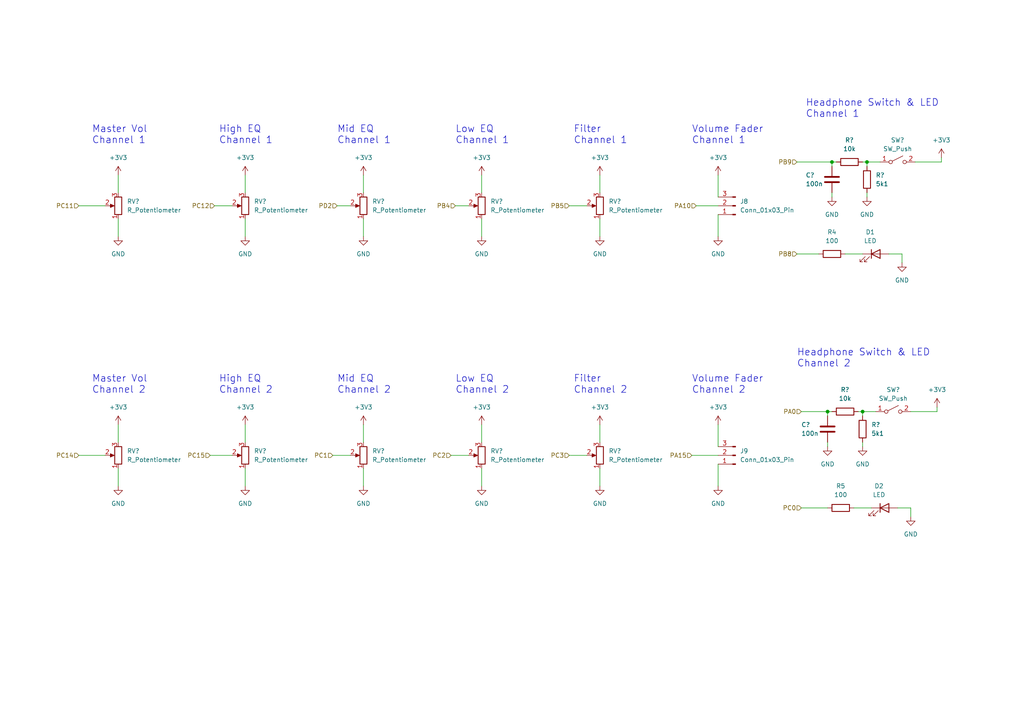
<source format=kicad_sch>
(kicad_sch (version 20230121) (generator eeschema)
  (paper "A4")
  (title_block (date "2024-02-02"))
  (lib_symbols
    (symbol "Connector:Conn_01x03_Pin" (pin_names (offset 1.016) hide)
      (property "Reference" "J" (at 0 5.08 0))
      (property "Value" "Conn_01x03_Pin" (at 0 -5.08 0))
      (symbol "Conn_01x03_Pin_1_1"
        (polyline (pts (xy 1.27 -2.54) (xy 0.8636 -2.54)) (stroke (width 0.1524)))
        (polyline (pts (xy 1.27 0) (xy 0.8636 0)) (stroke (width 0.1524)))
        (polyline (pts (xy 1.27 2.54) (xy 0.8636 2.54)) (stroke (width 0.1524)))
        (rectangle (start 0.8636 -2.413) (end 0 -2.667) (stroke (width 0.1524)) (fill (type outline)))
        (rectangle (start 0.8636 0.127) (end 0 -0.127) (stroke (width 0.1524)) (fill (type outline)))
        (rectangle (start 0.8636 2.667) (end 0 2.413) (stroke (width 0.1524)) (fill (type outline)))
        (pin passive line (at 5.08 2.54 180) (length 3.81) (name "Pin_1") (number "1"))
        (pin passive line (at 5.08 0 180) (length 3.81) (name "Pin_2") (number "2"))
        (pin passive line (at 5.08 -2.54 180) (length 3.81) (name "Pin_3") (number "3"))
      )
    )
    (symbol "Device:C" (pin_numbers hide) (pin_names (offset 0.254))
      (property "Reference" "C" (at 0.635 2.54 0))
      (property "Value" "C" (at 0.635 -2.54 0))
      (symbol "C_0_1"
        (polyline (pts (xy -2.032 -0.762) (xy 2.032 -0.762)) (stroke (width 0.508)))
        (polyline (pts (xy -2.032 0.762) (xy 2.032 0.762)) (stroke (width 0.508)))
      )
      (symbol "C_1_1"
        (pin passive line (at 0 3.81 270) (length 2.794) (name "~") (number "1"))
        (pin passive line (at 0 -3.81 90) (length 2.794) (name "~") (number "2"))
      )
    )
    (symbol "Device:LED" (pin_numbers hide) (pin_names (offset 1.016) hide)
      (property "Reference" "D" (at 0 2.54 0))
      (property "Value" "LED" (at 0 -2.54 0))
      (symbol "LED_0_1"
        (polyline (pts (xy -1.27 -1.27) (xy -1.27 1.27)) (stroke (width 0.254)))
        (polyline (pts (xy -1.27 0) (xy 1.27 0)))
        (polyline (pts (xy 1.27 -1.27) (xy 1.27 1.27) (xy -1.27 0) (xy 1.27 -1.27)) (stroke (width 0.254)))
        (polyline (pts (xy -3.048 -0.762) (xy -4.572 -2.286) (xy -3.81 -2.286) (xy -4.572 -2.286) (xy -4.572 -1.524)))
        (polyline (pts (xy -1.778 -0.762) (xy -3.302 -2.286) (xy -2.54 -2.286) (xy -3.302 -2.286) (xy -3.302 -1.524)))
      )
      (symbol "LED_1_1"
        (pin passive line (at -3.81 0 0) (length 2.54) (name "K") (number "1"))
        (pin passive line (at 3.81 0 180) (length 2.54) (name "A") (number "2"))
      )
    )
    (symbol "Device:R" (pin_numbers hide) (pin_names (offset 0))
      (property "Reference" "R" (at 2.032 0 90))
      (property "Value" "R" (at 0 0 90))
      (symbol "R_0_1"
        (rectangle (start -1.016 -2.54) (end 1.016 2.54) (stroke (width 0.254)))
      )
      (symbol "R_1_1"
        (pin passive line (at 0 3.81 270) (length 1.27) (name "~") (number "1"))
        (pin passive line (at 0 -3.81 90) (length 1.27) (name "~") (number "2"))
      )
    )
    (symbol "Device:R_Potentiometer" (pin_names (offset 1.016) hide)
      (property "Reference" "RV" (at -4.445 0 90))
      (property "Value" "R_Potentiometer" (at -2.54 0 90))
      (symbol "R_Potentiometer_0_1"
        (polyline (pts (xy 2.54 0) (xy 1.524 0)))
        (polyline (pts (xy 1.143 0) (xy 2.286 0.508) (xy 2.286 -0.508) (xy 1.143 0)) (fill (type outline)))
        (rectangle (start 1.016 2.54) (end -1.016 -2.54) (stroke (width 0.254)))
      )
      (symbol "R_Potentiometer_1_1"
        (pin passive line (at 0 3.81 270) (length 1.27) (name "1") (number "1"))
        (pin passive line (at 3.81 0 180) (length 1.27) (name "2") (number "2"))
        (pin passive line (at 0 -3.81 90) (length 1.27) (name "3") (number "3"))
      )
    )
    (symbol "Switch:SW_SPST" (pin_names (offset 0) hide)
      (property "Reference" "SW" (at 0 3.175 0))
      (property "Value" "SW_SPST" (at 0 -2.54 0))
      (symbol "SW_SPST_0_0"
        (circle (center -2.032 0) (radius 0.508))
        (polyline (pts (xy -1.524 0.254) (xy 1.524 1.778)))
        (circle (center 2.032 0) (radius 0.508))
      )
      (symbol "SW_SPST_1_1"
        (pin passive line (at -5.08 0 0) (length 2.54) (name "A") (number "1"))
        (pin passive line (at 5.08 0 180) (length 2.54) (name "B") (number "2"))
      )
    )
    (symbol "power:+3V3" (power) (pin_names (offset 0))
      (property "Value" "+3V3" (at 0 3.556 0))
      (symbol "+3V3_0_1"
        (polyline (pts (xy -0.762 1.27) (xy 0 2.54)))
        (polyline (pts (xy 0 0) (xy 0 2.54)))
        (polyline (pts (xy 0 2.54) (xy 0.762 1.27)))
      )
      (symbol "+3V3_1_1"
        (pin power_in line (at 0 0 90) (length 0) hide (name "+3V3") (number "1"))
      )
    )
    (symbol "power:GND" (power) (pin_names (offset 0))
      (property "Value" "GND" (at 0 -3.81 0))
      (symbol "GND_0_1"
        (polyline (pts (xy 0 0) (xy 0 -1.27) (xy 1.27 -1.27) (xy 0 -2.54) (xy -1.27 -1.27) (xy 0 -1.27)))
      )
      (symbol "GND_1_1"
        (pin power_in line (at 0 0 270) (length 0) hide (name "GND") (number "1"))
      )
    )
  )
  (junction (at 250.19 119.38))
  (junction (at 240.03 119.38))
  (junction (at 241.3 46.99))
  (junction (at 251.46 46.99))
  (wire (pts (xy 247.65 147.32) (xy 252.73 147.32)))
  (wire (pts (xy 264.16 147.32) (xy 264.16 149.86)))
  (wire (pts (xy 34.29 135.89) (xy 34.29 140.97)))
  (wire (pts (xy 34.29 50.8) (xy 34.29 55.88)))
  (wire (pts (xy 201.93 59.69) (xy 208.28 59.69)))
  (wire (pts (xy 34.29 123.19) (xy 34.29 128.27)))
  (wire (pts (xy 232.41 119.38) (xy 240.03 119.38)))
  (wire (pts (xy 231.14 46.99) (xy 241.3 46.99)))
  (wire (pts (xy 250.19 119.38) (xy 250.19 120.65)))
  (wire (pts (xy 139.7 135.89) (xy 139.7 140.97)))
  (wire (pts (xy 208.28 134.62) (xy 208.28 140.97)))
  (wire (pts (xy 241.3 46.99) (xy 241.3 48.26)))
  (wire (pts (xy 71.12 50.8) (xy 71.12 55.88)))
  (wire (pts (xy 232.41 147.32) (xy 240.03 147.32)))
  (wire (pts (xy 96.52 132.08) (xy 101.6 132.08)))
  (wire (pts (xy 62.23 59.69) (xy 67.31 59.69)))
  (wire (pts (xy 71.12 63.5) (xy 71.12 68.58)))
  (wire (pts (xy 237.49 73.66) (xy 231.14 73.66)))
  (wire (pts (xy 132.08 59.69) (xy 135.89 59.69)))
  (wire (pts (xy 173.99 123.19) (xy 173.99 128.27)))
  (wire (pts (xy 251.46 46.99) (xy 251.46 48.26)))
  (wire (pts (xy 200.66 132.08) (xy 208.28 132.08)))
  (wire (pts (xy 240.03 119.38) (xy 240.03 120.65)))
  (wire (pts (xy 105.41 63.5) (xy 105.41 68.58)))
  (wire (pts (xy 250.19 46.99) (xy 251.46 46.99)))
  (wire (pts (xy 165.1 59.69) (xy 170.18 59.69)))
  (wire (pts (xy 97.79 59.69) (xy 101.6 59.69)))
  (wire (pts (xy 60.96 132.08) (xy 67.31 132.08)))
  (wire (pts (xy 248.92 119.38) (xy 250.19 119.38)))
  (wire (pts (xy 71.12 135.89) (xy 71.12 140.97)))
  (wire (pts (xy 250.19 128.27) (xy 250.19 129.54)))
  (wire (pts (xy 71.12 123.19) (xy 71.12 128.27)))
  (wire (pts (xy 245.11 73.66) (xy 250.19 73.66)))
  (wire (pts (xy 264.16 147.32) (xy 260.35 147.32)))
  (wire (pts (xy 105.41 135.89) (xy 105.41 140.97)))
  (wire (pts (xy 251.46 46.99) (xy 255.27 46.99)))
  (wire (pts (xy 105.41 123.19) (xy 105.41 128.27)))
  (wire (pts (xy 241.3 46.99) (xy 242.57 46.99)))
  (wire (pts (xy 264.16 119.38) (xy 271.78 119.38)))
  (wire (pts (xy 173.99 63.5) (xy 173.99 68.58)))
  (wire (pts (xy 251.46 55.88) (xy 251.46 57.15)))
  (wire (pts (xy 261.62 73.66) (xy 257.81 73.66)))
  (wire (pts (xy 250.19 119.38) (xy 254 119.38)))
  (wire (pts (xy 139.7 123.19) (xy 139.7 128.27)))
  (wire (pts (xy 22.86 132.08) (xy 30.48 132.08)))
  (wire (pts (xy 208.28 62.23) (xy 208.28 68.58)))
  (wire (pts (xy 139.7 50.8) (xy 139.7 55.88)))
  (wire (pts (xy 173.99 50.8) (xy 173.99 55.88)))
  (wire (pts (xy 261.62 73.66) (xy 261.62 76.2)))
  (wire (pts (xy 273.05 45.72) (xy 273.05 46.99)))
  (wire (pts (xy 208.28 50.8) (xy 208.28 57.15)))
  (wire (pts (xy 265.43 46.99) (xy 273.05 46.99)))
  (wire (pts (xy 165.1 132.08) (xy 170.18 132.08)))
  (wire (pts (xy 241.3 55.88) (xy 241.3 57.15)))
  (wire (pts (xy 22.86 59.69) (xy 30.48 59.69)))
  (wire (pts (xy 130.81 132.08) (xy 135.89 132.08)))
  (wire (pts (xy 105.41 50.8) (xy 105.41 55.88)))
  (wire (pts (xy 139.7 63.5) (xy 139.7 68.58)))
  (wire (pts (xy 240.03 128.27) (xy 240.03 129.54)))
  (wire (pts (xy 34.29 63.5) (xy 34.29 68.58)))
  (wire (pts (xy 240.03 119.38) (xy 241.3 119.38)))
  (wire (pts (xy 208.28 123.19) (xy 208.28 129.54)))
  (wire (pts (xy 173.99 135.89) (xy 173.99 140.97)))
  (wire (pts (xy 271.78 118.11) (xy 271.78 119.38)))
  (text "High EQ\nChannel 2" (at 63.5 114.3 0) (effects (font (size 2 2)) (justify left bottom)))
  (text "Low EQ\nChannel 1" (at 132.08 41.91 0) (effects (font (size 2 2)) (justify left bottom)))
  (text "Master Vol\nChannel 1" (at 26.67 41.91 0) (effects (font (size 2 2)) (justify left bottom)))
  (text "Headphone Switch & LED\nChannel 1" (at 233.68 34.29 0) (effects (font (size 2 2)) (justify left bottom)))
  (text "Master Vol\nChannel 2" (at 26.67 114.3 0) (effects (font (size 2 2)) (justify left bottom)))
  (text "Mid EQ\nChannel 1" (at 97.79 41.91 0) (effects (font (size 2 2)) (justify left bottom)))
  (text "Mid EQ\nChannel 2" (at 97.79 114.3 0) (effects (font (size 2 2)) (justify left bottom)))
  (text "Headphone Switch & LED\nChannel 2" (at 231.14 106.68 0) (effects (font (size 2 2)) (justify left bottom)))
  (text "Filter\nChannel 1" (at 166.37 41.91 0) (effects (font (size 2 2)) (justify left bottom)))
  (text "Filter\nChannel 2" (at 166.37 114.3 0) (effects (font (size 2 2)) (justify left bottom)))
  (text "Volume Fader\nChannel 2" (at 200.66 114.3 0) (effects (font (size 2 2)) (justify left bottom)))
  (text "Low EQ\nChannel 2" (at 132.08 114.3 0) (effects (font (size 2 2)) (justify left bottom)))
  (text "Volume Fader\nChannel 1" (at 200.66 41.91 0) (effects (font (size 2 2)) (justify left bottom)))
  (text "High EQ\nChannel 1" (at 63.5 41.91 0) (effects (font (size 2 2)) (justify left bottom)))
  (hierarchical_label "PB8" (shape input) (at 231.14 73.66 180))
  (hierarchical_label "PA0" (shape input) (at 232.41 119.38 180))
  (hierarchical_label "PC2" (shape input) (at 130.81 132.08 180))
  (hierarchical_label "PC14" (shape input) (at 22.86 132.08 180))
  (hierarchical_label "PC1" (shape input) (at 96.52 132.08 180))
  (hierarchical_label "PC12" (shape input) (at 62.23 59.69 180))
  (hierarchical_label "PA15" (shape input) (at 200.66 132.08 180))
  (hierarchical_label "PB5" (shape input) (at 165.1 59.69 180))
  (hierarchical_label "PB4" (shape input) (at 132.08 59.69 180))
  (hierarchical_label "PC15" (shape input) (at 60.96 132.08 180))
  (hierarchical_label "PC3" (shape input) (at 165.1 132.08 180))
  (hierarchical_label "PA10" (shape input) (at 201.93 59.69 180))
  (hierarchical_label "PC0" (shape input) (at 232.41 147.32 180))
  (hierarchical_label "PB9" (shape input) (at 231.14 46.99 180))
  (hierarchical_label "PC11" (shape input) (at 22.86 59.69 180))
  (hierarchical_label "PD2" (shape input) (at 97.79 59.69 180))
  (symbol (lib_id "Switch:SW_SPST") (at 259.08 119.38 0) (unit 1)
    (property "Reference" "SW?" (at 259.08 113.03 0))
    (property "Value" "SW_Push" (at 259.08 115.57 0))
    (property "Footprint" "Button_Switch_SMD:SW_Push_1P1T_XKB_TS-1187A" (effects hide))
    (property "Datasheet" "https://datasheet.lcsc.com/lcsc/2304140030_XKB-Connectivity-TS-1187A-B-A-B_C318884.pdf" (effects hide))
    (property "JLCPCB Part" "C318884" (effects hide))
    (property "Manufracturer" "XKB Connectivity" (effects hide))
    (property "Manufracturer Part Number" "TS-1187A-B-A-B" (effects hide))
    (instances (project "109VU" (path "" (reference "SW?") (unit 1))) (project "djdeck" (path "" (reference "SW2") (unit 1))))
  )
  (symbol (lib_id "Device:R_Potentiometer") (at 71.12 132.08 180) (unit 1)
    (property "Reference" "RV?" (at 73.66 130.81 0) (effects (justify right)))
    (property "Value" "R_Potentiometer" (at 73.66 133.35 0) (effects (justify right)))
    (property "Footprint" "NiasStuff:Potentiometer_Alps_RK09L_Double_Vertical" (effects hide))
    (property "Datasheet" "https://datasheet.lcsc.com/lcsc/1912111437_ALPSALPINE-RK09L1240A12_C380211.pdf" (effects hide))
    (property "Manufracturer" "ALPSALPINE" (effects hide))
    (property "Manufracturer Part Number" "RK09L1240A12" (effects hide))
    (property "JLCPCB Part" "C380211" (effects hide))
    (instances (project "112VU" (path "" (reference "RV?") (unit 1))) (project "djdeck" (path "" (reference "RV?") (unit 1)) (path "" (reference "RV4") (unit 1))))
  )
  (symbol (lib_id "power:GND") (at 208.28 68.58 0) (unit 1)
    (property "Reference" "#PWR?" (effects hide))
    (property "Value" "GND" (at 208.28 73.66 0))
    (instances (project "112VU" (path "" (reference "#PWR?") (unit 1))) (project "djdeck" (path "" (reference "#PWR?") (unit 1)) (path "" (reference "#PWR054") (unit 1))))
  )
  (symbol (lib_id "Device:R_Potentiometer") (at 34.29 59.69 180) (unit 1)
    (property "Reference" "RV?" (at 36.83 58.42 0) (effects (justify right)))
    (property "Value" "R_Potentiometer" (at 36.83 60.96 0) (effects (justify right)))
    (property "Footprint" "NiasStuff:Potentiometer_Alps_RK09L_Double_Vertical" (effects hide))
    (property "Datasheet" "https://datasheet.lcsc.com/lcsc/1912111437_ALPSALPINE-RK09L1240A12_C380211.pdf" (effects hide))
    (property "Manufracturer" "ALPSALPINE" (effects hide))
    (property "Manufracturer Part Number" "RK09L1240A12" (effects hide))
    (property "JLCPCB Part" "C380211" (effects hide))
    (instances (project "112VU" (path "" (reference "RV?") (unit 1))) (project "djdeck" (path "" (reference "RV?") (unit 1)) (path "" (reference "RV1") (unit 1))))
  )
  (symbol (lib_id "power:+3V3") (at 139.7 123.19 0) (unit 1)
    (property "Reference" "#PWR?" (effects hide))
    (property "Value" "+3V3" (at 139.7 118.11 0))
    (instances (project "112VU" (path "" (reference "#PWR?") (unit 1))) (project "djdeck" (path "" (reference "#PWR?") (unit 1)) (path "" (reference "#PWR047") (unit 1))))
  )
  (symbol (lib_id "Device:LED") (at 254 73.66 0) (unit 1)
    (property "Reference" "D1" (at 252.4125 67.31 0))
    (property "Value" "LED" (at 252.4125 69.85 0))
    (property "Footprint" "LED_SMD:LED_0603_1608Metric" (effects hide))
    (property "Datasheet" "https://datasheet.lcsc.com/lcsc/1810201530_BrtLed-Bright-LED-Elec-BL-HKC36G-AV-TRB_C165981.pdf" (effects hide))
    (property "JLCPCB Part" "C165981" (effects hide))
    (property "Manufracturer" "BrtLed(Bright LED Elec)" (effects hide))
    (property "Manufracturer Part Number" "BL-HKC36G-AV-TRB" (effects hide))
  )
  (symbol (lib_id "Switch:SW_SPST") (at 260.35 46.99 0) (unit 1)
    (property "Reference" "SW?" (at 260.35 40.64 0))
    (property "Value" "SW_Push" (at 260.35 43.18 0))
    (property "Footprint" "Button_Switch_SMD:SW_Push_1P1T_XKB_TS-1187A" (effects hide))
    (property "Datasheet" "https://datasheet.lcsc.com/lcsc/2304140030_XKB-Connectivity-TS-1187A-B-A-B_C318884.pdf" (effects hide))
    (property "JLCPCB Part" "C318884" (effects hide))
    (property "Manufracturer" "XKB Connectivity" (effects hide))
    (property "Manufracturer Part Number" "TS-1187A-B-A-B" (effects hide))
    (instances (project "109VU" (path "" (reference "SW?") (unit 1))) (project "djdeck" (path "" (reference "SW3") (unit 1))))
  )
  (symbol (lib_id "power:+3V3") (at 273.05 45.72 0) (unit 1)
    (property "Reference" "#PWR?" (effects hide))
    (property "Value" "+3V3" (at 273.05 40.64 0))
    (instances (project "112VU" (path "" (reference "#PWR?") (unit 1))) (project "109VU" (path "" (reference "#PWR?") (unit 1))) (project "djdeck" (path "" (reference "#PWR064") (unit 1))))
  )
  (symbol (lib_id "power:GND") (at 264.16 149.86 0) (unit 1)
    (property "Reference" "#PWR?" (effects hide))
    (property "Value" "GND" (at 264.16 154.94 0))
    (instances (project "112VU" (path "" (reference "#PWR?") (unit 1))) (project "djdeck" (path "" (reference "#PWR?") (unit 1)) (path "" (reference "#PWR062") (unit 1))))
  )
  (symbol (lib_id "power:+3V3") (at 34.29 123.19 0) (unit 1)
    (property "Reference" "#PWR?" (effects hide))
    (property "Value" "+3V3" (at 34.29 118.11 0))
    (instances (project "112VU" (path "" (reference "#PWR?") (unit 1))) (project "djdeck" (path "" (reference "#PWR?") (unit 1)) (path "" (reference "#PWR035") (unit 1))))
  )
  (symbol (lib_id "power:+3V3") (at 139.7 50.8 0) (unit 1)
    (property "Reference" "#PWR?" (effects hide))
    (property "Value" "+3V3" (at 139.7 45.72 0))
    (instances (project "112VU" (path "" (reference "#PWR?") (unit 1))) (project "djdeck" (path "" (reference "#PWR?") (unit 1)) (path "" (reference "#PWR045") (unit 1))))
  )
  (symbol (lib_id "power:+3V3") (at 173.99 50.8 0) (unit 1)
    (property "Reference" "#PWR?" (effects hide))
    (property "Value" "+3V3" (at 173.99 45.72 0))
    (instances (project "112VU" (path "" (reference "#PWR?") (unit 1))) (project "djdeck" (path "" (reference "#PWR?") (unit 1)) (path "" (reference "#PWR049") (unit 1))))
  )
  (symbol (lib_id "power:+3V3") (at 34.29 50.8 0) (unit 1)
    (property "Reference" "#PWR?" (effects hide))
    (property "Value" "+3V3" (at 34.29 45.72 0))
    (instances (project "112VU" (path "" (reference "#PWR?") (unit 1))) (project "djdeck" (path "" (reference "#PWR?") (unit 1)) (path "" (reference "#PWR033") (unit 1))))
  )
  (symbol (lib_id "Device:R_Potentiometer") (at 139.7 132.08 180) (unit 1)
    (property "Reference" "RV?" (at 142.24 130.81 0) (effects (justify right)))
    (property "Value" "R_Potentiometer" (at 142.24 133.35 0) (effects (justify right)))
    (property "Footprint" "NiasStuff:Potentiometer_Alps_RK09L_Double_Vertical" (effects hide))
    (property "Datasheet" "https://datasheet.lcsc.com/lcsc/1912111437_ALPSALPINE-RK09L1240A12_C380211.pdf" (effects hide))
    (property "Manufracturer" "ALPSALPINE" (effects hide))
    (property "Manufracturer Part Number" "RK09L1240A12" (effects hide))
    (property "JLCPCB Part" "C380211" (effects hide))
    (instances (project "112VU" (path "" (reference "RV?") (unit 1))) (project "djdeck" (path "" (reference "RV?") (unit 1)) (path "" (reference "RV8") (unit 1))))
  )
  (symbol (lib_id "Device:LED") (at 256.54 147.32 0) (unit 1)
    (property "Reference" "D2" (at 254.9525 140.97 0))
    (property "Value" "LED" (at 254.9525 143.51 0))
    (property "Footprint" "LED_SMD:LED_0603_1608Metric" (effects hide))
    (property "Datasheet" "https://datasheet.lcsc.com/lcsc/1810201530_BrtLed-Bright-LED-Elec-BL-HKC36G-AV-TRB_C165981.pdf" (effects hide))
    (property "JLCPCB Part" "C165981" (effects hide))
    (property "Manufracturer" "BrtLed(Bright LED Elec)" (effects hide))
    (property "Manufracturer Part Number" "BL-HKC36G-AV-TRB" (effects hide))
  )
  (symbol (lib_id "power:GND") (at 251.46 57.15 0) (unit 1)
    (property "Reference" "#PWR?" (effects hide))
    (property "Value" "GND" (at 251.46 62.23 0))
    (instances (project "112VU" (path "" (reference "#PWR?") (unit 1))) (project "109VU" (path "" (reference "#PWR?") (unit 1))) (project "djdeck" (path "" (reference "#PWR060") (unit 1))))
  )
  (symbol (lib_id "power:GND") (at 105.41 68.58 0) (unit 1)
    (property "Reference" "#PWR?" (effects hide))
    (property "Value" "GND" (at 105.41 73.66 0))
    (instances (project "112VU" (path "" (reference "#PWR?") (unit 1))) (project "djdeck" (path "" (reference "#PWR?") (unit 1)) (path "" (reference "#PWR042") (unit 1))))
  )
  (symbol (lib_id "Device:R") (at 243.84 147.32 90) (unit 1)
    (property "Reference" "R5" (at 243.84 140.97 90))
    (property "Value" "100" (at 243.84 143.51 90))
    (property "Footprint" "Capacitor_SMD:C_0805_2012Metric" (effects hide))
    (property "Datasheet" "https://datasheet.lcsc.com/lcsc/2206010216_UNI-ROYAL-Uniroyal-Elec-0805W8F1000T5E_C17408.pdf" (effects hide))
    (property "JLCPCB Part" "C17408" (effects hide))
    (property "Manufracturer" "UNI-ROYAL(Uniroyal Elec)" (effects hide))
    (property "Manufracturer Part Number" "0805W8F1000T5E" (effects hide))
  )
  (symbol (lib_id "Connector:Conn_01x03_Pin") (at 213.36 59.69 180) (unit 1)
    (property "Reference" "J8" (at 214.63 58.42 0) (effects (justify right)))
    (property "Value" "Conn_01x03_Pin" (at 214.63 60.96 0) (effects (justify right)))
    (property "Footprint" "Connector_Molex:Molex_KK-254_AE-6410-03A_1x03_P2.54mm_Vertical" (effects hide))
  )
  (symbol (lib_id "Device:R") (at 246.38 46.99 90) (unit 1)
    (property "Reference" "R?" (at 246.38 40.64 90))
    (property "Value" "10k" (at 246.38 43.18 90))
    (property "Footprint" "Resistor_SMD:R_0402_1005Metric" (effects hide))
    (property "Datasheet" "https://datasheet.lcsc.com/lcsc/2304140030_Viking-Tech-AR02DTC1002_C319934.pdf" (effects hide))
    (property "JLCPCB Part" "C319934" (effects hide))
    (property "Manufracturer" "Viking Tech" (effects hide))
    (property "Manufracturer Part Number" "AR02DTC1002" (effects hide))
    (instances (project "109VU" (path "" (reference "R?") (unit 1))) (project "djdeck" (path "" (reference "R7") (unit 1))))
  )
  (symbol (lib_id "Device:R_Potentiometer") (at 139.7 59.69 180) (unit 1)
    (property "Reference" "RV?" (at 142.24 58.42 0) (effects (justify right)))
    (property "Value" "R_Potentiometer" (at 142.24 60.96 0) (effects (justify right)))
    (property "Footprint" "NiasStuff:Potentiometer_Alps_RK09L_Double_Vertical" (effects hide))
    (property "Datasheet" "https://datasheet.lcsc.com/lcsc/1912111437_ALPSALPINE-RK09L1240A12_C380211.pdf" (effects hide))
    (property "Manufracturer" "ALPSALPINE" (effects hide))
    (property "Manufracturer Part Number" "RK09L1240A12" (effects hide))
    (property "JLCPCB Part" "C380211" (effects hide))
    (instances (project "112VU" (path "" (reference "RV?") (unit 1))) (project "djdeck" (path "" (reference "RV?") (unit 1)) (path "" (reference "RV7") (unit 1))))
  )
  (symbol (lib_id "power:+3V3") (at 208.28 50.8 0) (unit 1)
    (property "Reference" "#PWR?" (effects hide))
    (property "Value" "+3V3" (at 208.28 45.72 0))
    (instances (project "112VU" (path "" (reference "#PWR?") (unit 1))) (project "djdeck" (path "" (reference "#PWR?") (unit 1)) (path "" (reference "#PWR053") (unit 1))))
  )
  (symbol (lib_id "power:GND") (at 241.3 57.15 0) (unit 1)
    (property "Reference" "#PWR?" (effects hide))
    (property "Value" "GND" (at 241.3 62.23 0))
    (instances (project "112VU" (path "" (reference "#PWR?") (unit 1))) (project "109VU" (path "" (reference "#PWR?") (unit 1))) (project "djdeck" (path "" (reference "#PWR058") (unit 1))))
  )
  (symbol (lib_id "Device:R") (at 241.3 73.66 90) (unit 1)
    (property "Reference" "R4" (at 241.3 67.31 90))
    (property "Value" "100" (at 241.3 69.85 90))
    (property "Footprint" "Capacitor_SMD:C_0805_2012Metric" (effects hide))
    (property "Datasheet" "https://datasheet.lcsc.com/lcsc/2206010216_UNI-ROYAL-Uniroyal-Elec-0805W8F1000T5E_C17408.pdf" (effects hide))
    (property "JLCPCB Part" "C17408" (effects hide))
    (property "Manufracturer" "UNI-ROYAL(Uniroyal Elec)" (effects hide))
    (property "Manufracturer Part Number" "0805W8F1000T5E" (effects hide))
  )
  (symbol (lib_id "Connector:Conn_01x03_Pin") (at 213.36 132.08 180) (unit 1)
    (property "Reference" "J9" (at 214.63 130.81 0) (effects (justify right)))
    (property "Value" "Conn_01x03_Pin" (at 214.63 133.35 0) (effects (justify right)))
    (property "Footprint" "Connector_Molex:Molex_KK-254_AE-6410-03A_1x03_P2.54mm_Vertical" (effects hide))
  )
  (symbol (lib_id "power:GND") (at 173.99 68.58 0) (unit 1)
    (property "Reference" "#PWR?" (effects hide))
    (property "Value" "GND" (at 173.99 73.66 0))
    (instances (project "112VU" (path "" (reference "#PWR?") (unit 1))) (project "djdeck" (path "" (reference "#PWR?") (unit 1)) (path "" (reference "#PWR050") (unit 1))))
  )
  (symbol (lib_id "power:GND") (at 208.28 140.97 0) (unit 1)
    (property "Reference" "#PWR?" (effects hide))
    (property "Value" "GND" (at 208.28 146.05 0))
    (instances (project "112VU" (path "" (reference "#PWR?") (unit 1))) (project "djdeck" (path "" (reference "#PWR?") (unit 1)) (path "" (reference "#PWR056") (unit 1))))
  )
  (symbol (lib_id "power:+3V3") (at 105.41 123.19 0) (unit 1)
    (property "Reference" "#PWR?" (effects hide))
    (property "Value" "+3V3" (at 105.41 118.11 0))
    (instances (project "112VU" (path "" (reference "#PWR?") (unit 1))) (project "djdeck" (path "" (reference "#PWR?") (unit 1)) (path "" (reference "#PWR043") (unit 1))))
  )
  (symbol (lib_id "power:GND") (at 34.29 68.58 0) (unit 1)
    (property "Reference" "#PWR?" (effects hide))
    (property "Value" "GND" (at 34.29 73.66 0))
    (instances (project "112VU" (path "" (reference "#PWR?") (unit 1))) (project "djdeck" (path "" (reference "#PWR?") (unit 1)) (path "" (reference "#PWR034") (unit 1))))
  )
  (symbol (lib_id "power:+3V3") (at 105.41 50.8 0) (unit 1)
    (property "Reference" "#PWR?" (effects hide))
    (property "Value" "+3V3" (at 105.41 45.72 0))
    (instances (project "112VU" (path "" (reference "#PWR?") (unit 1))) (project "djdeck" (path "" (reference "#PWR?") (unit 1)) (path "" (reference "#PWR041") (unit 1))))
  )
  (symbol (lib_id "power:GND") (at 71.12 140.97 0) (unit 1)
    (property "Reference" "#PWR?" (effects hide))
    (property "Value" "GND" (at 71.12 146.05 0))
    (instances (project "112VU" (path "" (reference "#PWR?") (unit 1))) (project "djdeck" (path "" (reference "#PWR?") (unit 1)) (path "" (reference "#PWR040") (unit 1))))
  )
  (symbol (lib_id "Device:R") (at 250.19 124.46 0) (unit 1)
    (property "Reference" "R?" (at 252.73 123.19 0) (effects (justify left)))
    (property "Value" "5k1" (at 252.73 125.73 0) (effects (justify left)))
    (property "Footprint" "Resistor_SMD:R_0402_1005Metric" (effects hide))
    (property "Datasheet" "https://datasheet.lcsc.com/lcsc/2206010045_UNI-ROYAL-Uniroyal-Elec-0402WGF5101TCE_C25905.pdf" (effects hide))
    (property "JLCPCB Part" "C25905" (effects hide))
    (property "Manufracturer" "UNI-ROYAL(Uniroyal Elec)" (effects hide))
    (property "Manufracturer Part Number" "0402WGF5101TCE" (effects hide))
    (instances (project "109VU" (path "" (reference "R?") (unit 1))) (project "djdeck" (path "" (reference "R8") (unit 1))))
  )
  (symbol (lib_id "Device:C") (at 240.03 124.46 0) (unit 1)
    (property "Reference" "C?" (at 232.41 123.19 0) (effects (justify left)))
    (property "Value" "100n" (at 232.41 125.73 0) (effects (justify left)))
    (property "Footprint" "Capacitor_SMD:C_0402_1005Metric" (effects hide))
    (property "Datasheet" "https://datasheet.lcsc.com/lcsc/2304140030_Samsung-Electro-Mechanics-CL05B104KO5NNNC_C1525.pdf" (effects hide))
    (property "JLCPCB Part" "C1525" (effects hide))
    (property "Manufracturer" "Samsung Electro-Mechanics" (effects hide))
    (property "Manufracturer Part Number" "CL05B104KO5NNNC" (effects hide))
    (instances (project "109VU" (path "" (reference "C?") (unit 1))) (project "djdeck" (path "" (reference "C12") (unit 1))))
  )
  (symbol (lib_id "Device:R_Potentiometer") (at 173.99 59.69 180) (unit 1)
    (property "Reference" "RV?" (at 176.53 58.42 0) (effects (justify right)))
    (property "Value" "R_Potentiometer" (at 176.53 60.96 0) (effects (justify right)))
    (property "Footprint" "NiasStuff:Potentiometer_Alps_RK09L_Double_Vertical" (effects hide))
    (property "Datasheet" "https://datasheet.lcsc.com/lcsc/1912111437_ALPSALPINE-RK09L1240A12_C380211.pdf" (effects hide))
    (property "Manufracturer" "ALPSALPINE" (effects hide))
    (property "Manufracturer Part Number" "RK09L1240A12" (effects hide))
    (property "JLCPCB Part" "C380211" (effects hide))
    (instances (project "112VU" (path "" (reference "RV?") (unit 1))) (project "djdeck" (path "" (reference "RV?") (unit 1)) (path "" (reference "RV9") (unit 1))))
  )
  (symbol (lib_id "Device:R_Potentiometer") (at 105.41 59.69 180) (unit 1)
    (property "Reference" "RV?" (at 107.95 58.42 0) (effects (justify right)))
    (property "Value" "R_Potentiometer" (at 107.95 60.96 0) (effects (justify right)))
    (property "Footprint" "NiasStuff:Potentiometer_Alps_RK09L_Double_Vertical" (effects hide))
    (property "Datasheet" "https://datasheet.lcsc.com/lcsc/1912111437_ALPSALPINE-RK09L1240A12_C380211.pdf" (effects hide))
    (property "Manufracturer" "ALPSALPINE" (effects hide))
    (property "Manufracturer Part Number" "RK09L1240A12" (effects hide))
    (property "JLCPCB Part" "C380211" (effects hide))
    (instances (project "112VU" (path "" (reference "RV?") (unit 1))) (project "djdeck" (path "" (reference "RV?") (unit 1)) (path "" (reference "RV5") (unit 1))))
  )
  (symbol (lib_id "Device:R_Potentiometer") (at 173.99 132.08 180) (unit 1)
    (property "Reference" "RV?" (at 176.53 130.81 0) (effects (justify right)))
    (property "Value" "R_Potentiometer" (at 176.53 133.35 0) (effects (justify right)))
    (property "Footprint" "NiasStuff:Potentiometer_Alps_RK09L_Double_Vertical" (effects hide))
    (property "Datasheet" "https://datasheet.lcsc.com/lcsc/1912111437_ALPSALPINE-RK09L1240A12_C380211.pdf" (effects hide))
    (property "Manufracturer" "ALPSALPINE" (effects hide))
    (property "Manufracturer Part Number" "RK09L1240A12" (effects hide))
    (property "JLCPCB Part" "C380211" (effects hide))
    (instances (project "112VU" (path "" (reference "RV?") (unit 1))) (project "djdeck" (path "" (reference "RV?") (unit 1)) (path "" (reference "RV10") (unit 1))))
  )
  (symbol (lib_id "power:GND") (at 71.12 68.58 0) (unit 1)
    (property "Reference" "#PWR?" (effects hide))
    (property "Value" "GND" (at 71.12 73.66 0))
    (instances (project "112VU" (path "" (reference "#PWR?") (unit 1))) (project "djdeck" (path "" (reference "#PWR?") (unit 1)) (path "" (reference "#PWR038") (unit 1))))
  )
  (symbol (lib_id "power:GND") (at 105.41 140.97 0) (unit 1)
    (property "Reference" "#PWR?" (effects hide))
    (property "Value" "GND" (at 105.41 146.05 0))
    (instances (project "112VU" (path "" (reference "#PWR?") (unit 1))) (project "djdeck" (path "" (reference "#PWR?") (unit 1)) (path "" (reference "#PWR044") (unit 1))))
  )
  (symbol (lib_id "power:+3V3") (at 271.78 118.11 0) (unit 1)
    (property "Reference" "#PWR?" (effects hide))
    (property "Value" "+3V3" (at 271.78 113.03 0))
    (instances (project "112VU" (path "" (reference "#PWR?") (unit 1))) (project "109VU" (path "" (reference "#PWR?") (unit 1))) (project "djdeck" (path "" (reference "#PWR063") (unit 1))))
  )
  (symbol (lib_id "power:GND") (at 139.7 140.97 0) (unit 1)
    (property "Reference" "#PWR?" (effects hide))
    (property "Value" "GND" (at 139.7 146.05 0))
    (instances (project "112VU" (path "" (reference "#PWR?") (unit 1))) (project "djdeck" (path "" (reference "#PWR?") (unit 1)) (path "" (reference "#PWR048") (unit 1))))
  )
  (symbol (lib_id "power:GND") (at 139.7 68.58 0) (unit 1)
    (property "Reference" "#PWR?" (effects hide))
    (property "Value" "GND" (at 139.7 73.66 0))
    (instances (project "112VU" (path "" (reference "#PWR?") (unit 1))) (project "djdeck" (path "" (reference "#PWR?") (unit 1)) (path "" (reference "#PWR046") (unit 1))))
  )
  (symbol (lib_id "Device:R_Potentiometer") (at 71.12 59.69 180) (unit 1)
    (property "Reference" "RV?" (at 73.66 58.42 0) (effects (justify right)))
    (property "Value" "R_Potentiometer" (at 73.66 60.96 0) (effects (justify right)))
    (property "Footprint" "NiasStuff:Potentiometer_Alps_RK09L_Double_Vertical" (effects hide))
    (property "Datasheet" "https://datasheet.lcsc.com/lcsc/1912111437_ALPSALPINE-RK09L1240A12_C380211.pdf" (effects hide))
    (property "Manufracturer" "ALPSALPINE" (effects hide))
    (property "Manufracturer Part Number" "RK09L1240A12" (effects hide))
    (property "JLCPCB Part" "C380211" (effects hide))
    (instances (project "112VU" (path "" (reference "RV?") (unit 1))) (project "djdeck" (path "" (reference "RV?") (unit 1)) (path "" (reference "RV3") (unit 1))))
  )
  (symbol (lib_id "Device:R_Potentiometer") (at 34.29 132.08 180) (unit 1)
    (property "Reference" "RV?" (at 36.83 130.81 0) (effects (justify right)))
    (property "Value" "R_Potentiometer" (at 36.83 133.35 0) (effects (justify right)))
    (property "Footprint" "NiasStuff:Potentiometer_Alps_RK09L_Double_Vertical" (effects hide))
    (property "Datasheet" "https://datasheet.lcsc.com/lcsc/1912111437_ALPSALPINE-RK09L1240A12_C380211.pdf" (effects hide))
    (property "Manufracturer" "ALPSALPINE" (effects hide))
    (property "Manufracturer Part Number" "RK09L1240A12" (effects hide))
    (property "JLCPCB Part" "C380211" (effects hide))
    (instances (project "112VU" (path "" (reference "RV?") (unit 1))) (project "djdeck" (path "" (reference "RV?") (unit 1)) (path "" (reference "RV2") (unit 1))))
  )
  (symbol (lib_id "power:GND") (at 173.99 140.97 0) (unit 1)
    (property "Reference" "#PWR?" (effects hide))
    (property "Value" "GND" (at 173.99 146.05 0))
    (instances (project "112VU" (path "" (reference "#PWR?") (unit 1))) (project "djdeck" (path "" (reference "#PWR?") (unit 1)) (path "" (reference "#PWR052") (unit 1))))
  )
  (symbol (lib_id "power:+3V3") (at 71.12 50.8 0) (unit 1)
    (property "Reference" "#PWR?" (effects hide))
    (property "Value" "+3V3" (at 71.12 45.72 0))
    (instances (project "112VU" (path "" (reference "#PWR?") (unit 1))) (project "djdeck" (path "" (reference "#PWR?") (unit 1)) (path "" (reference "#PWR037") (unit 1))))
  )
  (symbol (lib_id "power:GND") (at 261.62 76.2 0) (unit 1)
    (property "Reference" "#PWR?" (effects hide))
    (property "Value" "GND" (at 261.62 81.28 0))
    (instances (project "112VU" (path "" (reference "#PWR?") (unit 1))) (project "djdeck" (path "" (reference "#PWR?") (unit 1)) (path "" (reference "#PWR061") (unit 1))))
  )
  (symbol (lib_id "Device:R_Potentiometer") (at 105.41 132.08 180) (unit 1)
    (property "Reference" "RV?" (at 107.95 130.81 0) (effects (justify right)))
    (property "Value" "R_Potentiometer" (at 107.95 133.35 0) (effects (justify right)))
    (property "Footprint" "NiasStuff:Potentiometer_Alps_RK09L_Double_Vertical" (effects hide))
    (property "Datasheet" "https://datasheet.lcsc.com/lcsc/1912111437_ALPSALPINE-RK09L1240A12_C380211.pdf" (effects hide))
    (property "Manufracturer" "ALPSALPINE" (effects hide))
    (property "Manufracturer Part Number" "RK09L1240A12" (effects hide))
    (property "JLCPCB Part" "C380211" (effects hide))
    (instances (project "112VU" (path "" (reference "RV?") (unit 1))) (project "djdeck" (path "" (reference "RV?") (unit 1)) (path "" (reference "RV6") (unit 1))))
  )
  (symbol (lib_id "power:GND") (at 250.19 129.54 0) (unit 1)
    (property "Reference" "#PWR?" (effects hide))
    (property "Value" "GND" (at 250.19 134.62 0))
    (instances (project "112VU" (path "" (reference "#PWR?") (unit 1))) (project "109VU" (path "" (reference "#PWR?") (unit 1))) (project "djdeck" (path "" (reference "#PWR059") (unit 1))))
  )
  (symbol (lib_id "power:+3V3") (at 208.28 123.19 0) (unit 1)
    (property "Reference" "#PWR?" (effects hide))
    (property "Value" "+3V3" (at 208.28 118.11 0))
    (instances (project "112VU" (path "" (reference "#PWR?") (unit 1))) (project "djdeck" (path "" (reference "#PWR?") (unit 1)) (path "" (reference "#PWR055") (unit 1))))
  )
  (symbol (lib_id "power:+3V3") (at 71.12 123.19 0) (unit 1)
    (property "Reference" "#PWR?" (effects hide))
    (property "Value" "+3V3" (at 71.12 118.11 0))
    (instances (project "112VU" (path "" (reference "#PWR?") (unit 1))) (project "djdeck" (path "" (reference "#PWR?") (unit 1)) (path "" (reference "#PWR039") (unit 1))))
  )
  (symbol (lib_id "power:GND") (at 34.29 140.97 0) (unit 1)
    (property "Reference" "#PWR?" (effects hide))
    (property "Value" "GND" (at 34.29 146.05 0))
    (instances (project "112VU" (path "" (reference "#PWR?") (unit 1))) (project "djdeck" (path "" (reference "#PWR?") (unit 1)) (path "" (reference "#PWR036") (unit 1))))
  )
  (symbol (lib_id "power:+3V3") (at 173.99 123.19 0) (unit 1)
    (property "Reference" "#PWR?" (effects hide))
    (property "Value" "+3V3" (at 173.99 118.11 0))
    (instances (project "112VU" (path "" (reference "#PWR?") (unit 1))) (project "djdeck" (path "" (reference "#PWR?") (unit 1)) (path "" (reference "#PWR051") (unit 1))))
  )
  (symbol (lib_id "Device:R") (at 251.46 52.07 0) (unit 1)
    (property "Reference" "R?" (at 254 50.8 0) (effects (justify left)))
    (property "Value" "5k1" (at 254 53.34 0) (effects (justify left)))
    (property "Footprint" "Resistor_SMD:R_0402_1005Metric" (effects hide))
    (property "Datasheet" "https://datasheet.lcsc.com/lcsc/2206010045_UNI-ROYAL-Uniroyal-Elec-0402WGF5101TCE_C25905.pdf" (effects hide))
    (property "JLCPCB Part" "C25905" (effects hide))
    (property "Manufracturer" "UNI-ROYAL(Uniroyal Elec)" (effects hide))
    (property "Manufracturer Part Number" "0402WGF5101TCE" (effects hide))
    (instances (project "109VU" (path "" (reference "R?") (unit 1))) (project "djdeck" (path "" (reference "R9") (unit 1))))
  )
  (symbol (lib_id "Device:R") (at 245.11 119.38 90) (unit 1)
    (property "Reference" "R?" (at 245.11 113.03 90))
    (property "Value" "10k" (at 245.11 115.57 90))
    (property "Footprint" "Resistor_SMD:R_0402_1005Metric" (effects hide))
    (property "Datasheet" "https://datasheet.lcsc.com/lcsc/2304140030_Viking-Tech-AR02DTC1002_C319934.pdf" (effects hide))
    (property "JLCPCB Part" "C319934" (effects hide))
    (property "Manufracturer" "Viking Tech" (effects hide))
    (property "Manufracturer Part Number" "AR02DTC1002" (effects hide))
    (instances (project "109VU" (path "" (reference "R?") (unit 1))) (project "djdeck" (path "" (reference "R6") (unit 1))))
  )
  (symbol (lib_id "Device:C") (at 241.3 52.07 0) (unit 1)
    (property "Reference" "C?" (at 233.68 50.8 0) (effects (justify left)))
    (property "Value" "100n" (at 233.68 53.34 0) (effects (justify left)))
    (property "Footprint" "Capacitor_SMD:C_0402_1005Metric" (effects hide))
    (property "Datasheet" "https://datasheet.lcsc.com/lcsc/2304140030_Samsung-Electro-Mechanics-CL05B104KO5NNNC_C1525.pdf" (effects hide))
    (property "JLCPCB Part" "C1525" (effects hide))
    (property "Manufracturer" "Samsung Electro-Mechanics" (effects hide))
    (property "Manufracturer Part Number" "CL05B104KO5NNNC" (effects hide))
    (instances (project "109VU" (path "" (reference "C?") (unit 1))) (project "djdeck" (path "" (reference "C13") (unit 1))))
  )
  (symbol (lib_id "power:GND") (at 240.03 129.54 0) (unit 1)
    (property "Reference" "#PWR?" (effects hide))
    (property "Value" "GND" (at 240.03 134.62 0))
    (instances (project "112VU" (path "" (reference "#PWR?") (unit 1))) (project "109VU" (path "" (reference "#PWR?") (unit 1))) (project "djdeck" (path "" (reference "#PWR057") (unit 1))))
  )
)
</source>
